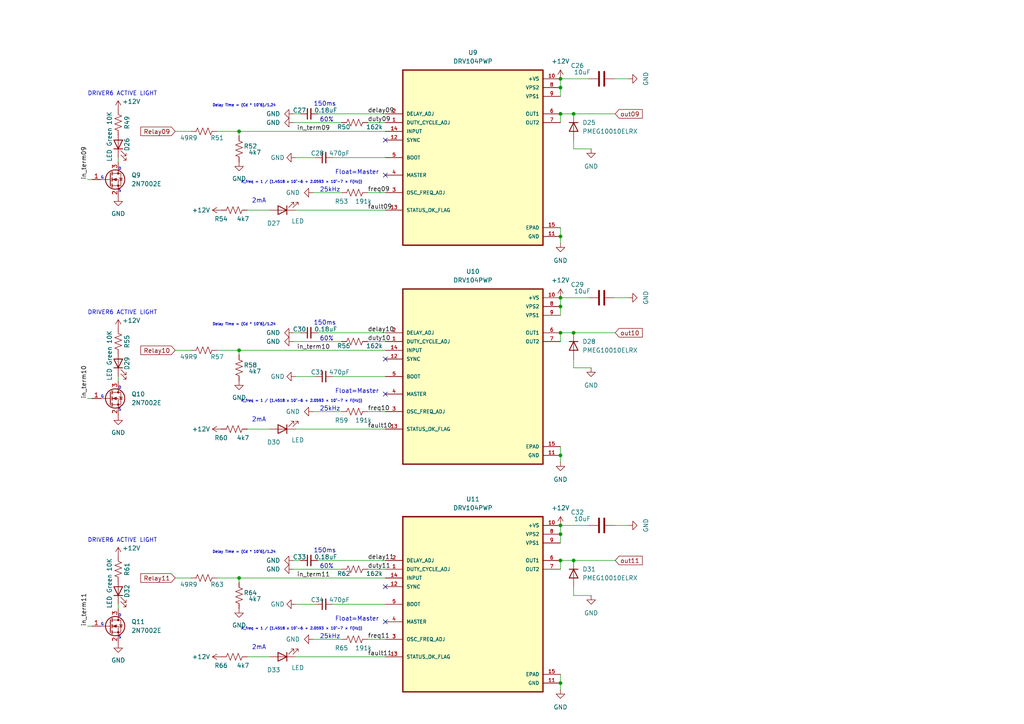
<source format=kicad_sch>
(kicad_sch (version 20231120) (generator "eeschema") (generator_version "8.0")
  (paper "A4")
  (title_block (title "16 Channel PWM Solenoid Driver - USB") (date "2024-06-12") (rev "3"))
  (lib_symbols
    (symbol "DRV104PWP:DRV104PWP" (pin_names (offset 1.016))
      (property "Reference" "U" (at -20.32 26.4 0))
      (property "Value" "DRV104PWP" (at -20.32 -29.4 0))
      (symbol "DRV104PWP_0_0"
        (rectangle (start -20.32 -25.4) (end 20.32 25.4) (stroke (width 0.41)) (fill (type background)))
        (pin input line (at -25.4 10.16 0) (length 5.08) (name "DUTY_CYCLE_ADJ") (number "1"))
        (pin power_in line (at 25.4 22.86 180) (length 5.08) (name "+VS") (number "10"))
        (pin power_in line (at 25.4 -22.86 180) (length 5.08) (name "GND") (number "11"))
        (pin input line (at -25.4 5.08 0) (length 5.08) (name "SYNC") (number "12"))
        (pin bidirectional line (at -25.4 -15.24 0) (length 5.08) (name "STATUS_OK_FLAG") (number "13"))
        (pin input line (at -25.4 7.62 0) (length 5.08) (name "INPUT") (number "14"))
        (pin power_in line (at 25.4 -20.32 180) (length 5.08) (name "EPAD") (number "15"))
        (pin input line (at -25.4 12.7 0) (length 5.08) (name "DELAY_ADJ") (number "2"))
        (pin bidirectional line (at -25.4 -10.16 0) (length 5.08) (name "OSC_FREQ_ADJ") (number "3"))
        (pin bidirectional line (at -25.4 -5.08 0) (length 5.08) (name "MASTER") (number "4"))
        (pin bidirectional line (at -25.4 0 0) (length 5.08) (name "BOOT") (number "5"))
        (pin output line (at 25.4 12.7 180) (length 5.08) (name "OUT1") (number "6"))
        (pin output line (at 25.4 10.16 180) (length 5.08) (name "OUT2") (number "7"))
        (pin power_in line (at 25.4 20.32 180) (length 5.08) (name "VPS2") (number "8"))
        (pin power_in line (at 25.4 17.78 180) (length 5.08) (name "VPS1") (number "9"))
      )
    )
    (symbol "Device:C" (pin_numbers hide) (pin_names (offset 0.254))
      (property "Reference" "C" (at 0.635 2.54 0))
      (property "Value" "C" (at 0.635 -2.54 0))
      (symbol "C_0_1"
        (polyline (pts (xy -2.032 -0.762) (xy 2.032 -0.762)) (stroke (width 0.508)))
        (polyline (pts (xy -2.032 0.762) (xy 2.032 0.762)) (stroke (width 0.508)))
      )
      (symbol "C_1_1"
        (pin passive line (at 0 3.81 270) (length 2.794) (name "~") (number "1"))
        (pin passive line (at 0 -3.81 90) (length 2.794) (name "~") (number "2"))
      )
    )
    (symbol "Device:C_Small" (pin_numbers hide) (pin_names (offset 0.254) hide)
      (property "Reference" "C" (at 0.254 1.778 0))
      (property "Value" "C_Small" (at 0.254 -2.032 0))
      (symbol "C_Small_0_1"
        (polyline (pts (xy -1.524 -0.508) (xy 1.524 -0.508)) (stroke (width 0.3302)))
        (polyline (pts (xy -1.524 0.508) (xy 1.524 0.508)) (stroke (width 0.3048)))
      )
      (symbol "C_Small_1_1"
        (pin passive line (at 0 2.54 270) (length 2.032) (name "~") (number "1"))
        (pin passive line (at 0 -2.54 90) (length 2.032) (name "~") (number "2"))
      )
    )
    (symbol "Device:D" (pin_numbers hide) (pin_names (offset 1.016) hide)
      (property "Reference" "D" (at 0 2.54 0))
      (property "Value" "D" (at 0 -2.54 0))
      (symbol "D_0_1"
        (polyline (pts (xy -1.27 1.27) (xy -1.27 -1.27)) (stroke (width 0.254)))
        (polyline (pts (xy 1.27 0) (xy -1.27 0)))
        (polyline (pts (xy 1.27 1.27) (xy 1.27 -1.27) (xy -1.27 0) (xy 1.27 1.27)) (stroke (width 0.254)))
      )
      (symbol "D_1_1"
        (pin passive line (at -3.81 0 0) (length 2.54) (name "K") (number "1"))
        (pin passive line (at 3.81 0 180) (length 2.54) (name "A") (number "2"))
      )
    )
    (symbol "Device:LED" (pin_numbers hide) (pin_names (offset 1.016) hide)
      (property "Reference" "D" (at 0 2.54 0))
      (property "Value" "LED" (at 0 -2.54 0))
      (symbol "LED_0_1"
        (polyline (pts (xy -1.27 -1.27) (xy -1.27 1.27)) (stroke (width 0.254)))
        (polyline (pts (xy -1.27 0) (xy 1.27 0)))
        (polyline (pts (xy 1.27 -1.27) (xy 1.27 1.27) (xy -1.27 0) (xy 1.27 -1.27)) (stroke (width 0.254)))
        (polyline (pts (xy -3.048 -0.762) (xy -4.572 -2.286) (xy -3.81 -2.286) (xy -4.572 -2.286) (xy -4.572 -1.524)))
        (polyline (pts (xy -1.778 -0.762) (xy -3.302 -2.286) (xy -2.54 -2.286) (xy -3.302 -2.286) (xy -3.302 -1.524)))
      )
      (symbol "LED_1_1"
        (pin passive line (at -3.81 0 0) (length 2.54) (name "K") (number "1"))
        (pin passive line (at 3.81 0 180) (length 2.54) (name "A") (number "2"))
      )
    )
    (symbol "Device:R_US" (pin_numbers hide) (pin_names (offset 0))
      (property "Reference" "R" (at 2.54 0 90))
      (property "Value" "R_US" (at -2.54 0 90))
      (symbol "R_US_0_1"
        (polyline (pts (xy 0 -2.286) (xy 0 -2.54)))
        (polyline (pts (xy 0 2.286) (xy 0 2.54)))
        (polyline (pts (xy 0 -0.762) (xy 1.016 -1.143) (xy 0 -1.524) (xy -1.016 -1.905) (xy 0 -2.286)))
        (polyline (pts (xy 0 0.762) (xy 1.016 0.381) (xy 0 0) (xy -1.016 -0.381) (xy 0 -0.762)))
        (polyline (pts (xy 0 2.286) (xy 1.016 1.905) (xy 0 1.524) (xy -1.016 1.143) (xy 0 0.762)))
      )
      (symbol "R_US_1_1"
        (pin passive line (at 0 3.81 270) (length 1.27) (name "~") (number "1"))
        (pin passive line (at 0 -3.81 90) (length 1.27) (name "~") (number "2"))
      )
    )
    (symbol "Transistor_FET:2N7002E" (pin_names hide)
      (property "Reference" "Q" (at 5.08 1.905 0))
      (property "Value" "2N7002E" (at 5.08 0 0))
      (symbol "2N7002E_0_1"
        (polyline (pts (xy 0.254 0) (xy -2.54 0)))
        (polyline (pts (xy 0.254 1.905) (xy 0.254 -1.905)) (stroke (width 0.254)))
        (polyline (pts (xy 0.762 -1.27) (xy 0.762 -2.286)) (stroke (width 0.254)))
        (polyline (pts (xy 0.762 0.508) (xy 0.762 -0.508)) (stroke (width 0.254)))
        (polyline (pts (xy 0.762 2.286) (xy 0.762 1.27)) (stroke (width 0.254)))
        (polyline (pts (xy 2.54 2.54) (xy 2.54 1.778)))
        (polyline (pts (xy 2.54 -2.54) (xy 2.54 0) (xy 0.762 0)))
        (polyline (pts (xy 0.762 -1.778) (xy 3.302 -1.778) (xy 3.302 1.778) (xy 0.762 1.778)))
        (polyline (pts (xy 1.016 0) (xy 2.032 0.381) (xy 2.032 -0.381) (xy 1.016 0)) (fill (type outline)))
        (polyline (pts (xy 2.794 0.508) (xy 2.921 0.381) (xy 3.683 0.381) (xy 3.81 0.254)))
        (polyline (pts (xy 3.302 0.381) (xy 2.921 -0.254) (xy 3.683 -0.254) (xy 3.302 0.381)))
        (circle (center 1.651 0) (radius 2.794) (stroke (width 0.254)))
        (circle (center 2.54 -1.778) (radius 0.254) (fill (type outline)))
        (circle (center 2.54 1.778) (radius 0.254) (fill (type outline)))
      )
      (symbol "2N7002E_1_1"
        (pin input line (at -5.08 0 0) (length 2.54) (name "G") (number "1"))
        (pin passive line (at 2.54 -5.08 90) (length 2.54) (name "S") (number "2"))
        (pin passive line (at 2.54 5.08 270) (length 2.54) (name "D") (number "3"))
      )
    )
    (symbol "power:+12V" (power) (pin_names (offset 0))
      (property "Value" "+12V" (at 0 3.556 0))
      (symbol "+12V_0_1"
        (polyline (pts (xy -0.762 1.27) (xy 0 2.54)))
        (polyline (pts (xy 0 0) (xy 0 2.54)))
        (polyline (pts (xy 0 2.54) (xy 0.762 1.27)))
      )
      (symbol "+12V_1_1"
        (pin power_in line (at 0 0 90) (length 0) hide (name "+12V") (number "1"))
      )
    )
    (symbol "power:GND" (power) (pin_names (offset 0))
      (property "Value" "GND" (at 0 -3.81 0))
      (symbol "GND_0_1"
        (polyline (pts (xy 0 0) (xy 0 -1.27) (xy 1.27 -1.27) (xy 0 -2.54) (xy -1.27 -1.27) (xy 0 -1.27)))
      )
      (symbol "GND_1_1"
        (pin power_in line (at 0 0 270) (length 0) hide (name "GND") (number "1"))
      )
    )
  )
  (junction (at 162.56 152.4))
  (junction (at 166.37 33.02))
  (junction (at 162.56 96.52))
  (junction (at 69.342 101.6))
  (junction (at 166.37 96.52))
  (junction (at 162.56 22.86))
  (junction (at 162.56 88.9))
  (junction (at 162.56 25.4))
  (junction (at 69.342 167.64))
  (junction (at 162.56 33.02))
  (junction (at 162.56 162.56))
  (junction (at 162.56 154.94))
  (junction (at 69.342 38.1))
  (junction (at 162.56 132.08))
  (junction (at 166.37 162.56))
  (junction (at 162.56 68.58))
  (junction (at 162.56 198.12))
  (junction (at 162.56 86.36))
  (no_connect (at 111.76 114.3))
  (no_connect (at 111.76 40.64))
  (no_connect (at 111.76 170.18))
  (no_connect (at 111.76 104.14))
  (no_connect (at 111.76 180.34))
  (no_connect (at 111.76 50.8))
  (wire (pts (xy 90.805 119.38) (xy 99.06 119.38)))
  (wire (pts (xy 69.342 38.1) (xy 111.76 38.1)))
  (wire (pts (xy 34.29 175.26) (xy 34.29 176.53)))
  (wire (pts (xy 87.122 96.52) (xy 85.09 96.52)))
  (wire (pts (xy 106.68 185.42) (xy 111.76 185.42)))
  (wire (pts (xy 71.755 124.46) (xy 78.105 124.46)))
  (wire (pts (xy 69.342 167.64) (xy 69.342 168.91)))
  (wire (pts (xy 85.09 165.1) (xy 99.06 165.1)))
  (wire (pts (xy 96.52 45.72) (xy 111.76 45.72)))
  (wire (pts (xy 178.308 86.36) (xy 182.245 86.36)))
  (wire (pts (xy 25.4 52.07) (xy 26.67 52.07)))
  (wire (pts (xy 162.56 198.12) (xy 162.56 200.025)))
  (wire (pts (xy 92.202 33.02) (xy 111.76 33.02)))
  (wire (pts (xy 90.805 55.88) (xy 99.06 55.88)))
  (wire (pts (xy 25.4 115.57) (xy 26.67 115.57)))
  (wire (pts (xy 85.09 35.56) (xy 99.06 35.56)))
  (wire (pts (xy 166.37 172.72) (xy 166.37 170.18)))
  (wire (pts (xy 166.37 33.02) (xy 178.435 33.02)))
  (wire (pts (xy 162.56 154.94) (xy 162.56 157.48)))
  (wire (pts (xy 178.308 22.86) (xy 182.245 22.86)))
  (wire (pts (xy 90.805 185.42) (xy 99.06 185.42)))
  (wire (pts (xy 91.44 109.22) (xy 85.725 109.22)))
  (wire (pts (xy 71.755 190.5) (xy 78.105 190.5)))
  (wire (pts (xy 170.688 152.4) (xy 162.56 152.4)))
  (wire (pts (xy 50.8 38.1) (xy 55.372 38.1)))
  (wire (pts (xy 106.68 119.38) (xy 111.76 119.38)))
  (wire (pts (xy 96.52 109.22) (xy 111.76 109.22)))
  (wire (pts (xy 85.09 99.06) (xy 99.06 99.06)))
  (wire (pts (xy 166.37 96.52) (xy 178.435 96.52)))
  (wire (pts (xy 106.68 99.06) (xy 111.76 99.06)))
  (wire (pts (xy 85.725 190.5) (xy 111.76 190.5)))
  (wire (pts (xy 162.56 22.86) (xy 162.56 25.4)))
  (wire (pts (xy 162.56 162.56) (xy 166.37 162.56)))
  (wire (pts (xy 92.202 162.56) (xy 111.76 162.56)))
  (wire (pts (xy 162.56 96.52) (xy 166.37 96.52)))
  (wire (pts (xy 69.342 38.1) (xy 69.342 39.37)))
  (wire (pts (xy 85.725 60.96) (xy 111.76 60.96)))
  (wire (pts (xy 162.56 33.02) (xy 162.56 35.56)))
  (wire (pts (xy 162.56 86.36) (xy 162.56 88.9)))
  (wire (pts (xy 162.56 129.54) (xy 162.56 132.08)))
  (wire (pts (xy 92.202 96.52) (xy 111.76 96.52)))
  (wire (pts (xy 171.45 106.68) (xy 166.37 106.68)))
  (wire (pts (xy 170.688 22.86) (xy 162.56 22.86)))
  (wire (pts (xy 106.68 35.56) (xy 111.76 35.56)))
  (wire (pts (xy 71.755 60.96) (xy 78.105 60.96)))
  (wire (pts (xy 87.122 162.56) (xy 85.09 162.56)))
  (wire (pts (xy 62.992 38.1) (xy 69.342 38.1)))
  (wire (pts (xy 106.68 165.1) (xy 111.76 165.1)))
  (wire (pts (xy 170.688 86.36) (xy 162.56 86.36)))
  (wire (pts (xy 69.342 101.6) (xy 111.76 101.6)))
  (wire (pts (xy 162.56 25.4) (xy 162.56 27.94)))
  (wire (pts (xy 162.56 162.56) (xy 162.56 165.1)))
  (wire (pts (xy 34.29 109.22) (xy 34.29 110.49)))
  (wire (pts (xy 171.45 43.18) (xy 166.37 43.18)))
  (wire (pts (xy 162.56 152.4) (xy 162.56 154.94)))
  (wire (pts (xy 178.308 152.4) (xy 182.245 152.4)))
  (wire (pts (xy 166.37 162.56) (xy 178.435 162.56)))
  (wire (pts (xy 25.4 181.61) (xy 26.67 181.61)))
  (wire (pts (xy 34.29 45.72) (xy 34.29 46.99)))
  (wire (pts (xy 106.68 55.88) (xy 111.76 55.88)))
  (wire (pts (xy 34.29 39.37) (xy 34.29 38.1)))
  (wire (pts (xy 62.992 101.6) (xy 69.342 101.6)))
  (wire (pts (xy 50.8 167.64) (xy 55.372 167.64)))
  (wire (pts (xy 162.56 96.52) (xy 162.56 99.06)))
  (wire (pts (xy 69.342 167.64) (xy 111.76 167.64)))
  (wire (pts (xy 34.29 102.87) (xy 34.29 101.6)))
  (wire (pts (xy 87.122 33.02) (xy 85.09 33.02)))
  (wire (pts (xy 50.8 101.6) (xy 55.372 101.6)))
  (wire (pts (xy 166.37 106.68) (xy 166.37 104.14)))
  (wire (pts (xy 162.56 33.02) (xy 166.37 33.02)))
  (wire (pts (xy 85.725 124.46) (xy 111.76 124.46)))
  (wire (pts (xy 91.44 175.26) (xy 85.725 175.26)))
  (wire (pts (xy 166.37 43.18) (xy 166.37 40.64)))
  (wire (pts (xy 91.44 45.72) (xy 85.725 45.72)))
  (wire (pts (xy 162.56 195.58) (xy 162.56 198.12)))
  (wire (pts (xy 171.45 172.72) (xy 166.37 172.72)))
  (wire (pts (xy 162.56 68.58) (xy 162.56 70.485)))
  (wire (pts (xy 162.56 66.04) (xy 162.56 68.58)))
  (wire (pts (xy 62.992 167.64) (xy 69.342 167.64)))
  (wire (pts (xy 34.29 168.91) (xy 34.29 167.64)))
  (wire (pts (xy 162.56 132.08) (xy 162.56 133.985)))
  (wire (pts (xy 162.56 88.9) (xy 162.56 91.44)))
  (wire (pts (xy 96.52 175.26) (xy 111.76 175.26)))
  (wire (pts (xy 69.342 101.6) (xy 69.342 102.87)))
  (text "R_freq = 1 / (1.4518 x 10^−6 + 2.0593 × 10^−7 × F(Hz))" (at 69.85 182.88 0) (effects (font (size 0.75 0.75)) (justify left bottom)))
  (text "Float=Master" (at 97.155 180.34 0) (effects (font (size 1.27 1.27)) (justify left bottom)))
  (text "DRIVER6 ACTIVE LIGHT" (at 25.4 91.44 0) (effects (font (size 1.2 1.2)) (justify left bottom)))
  (text "2mA" (at 73.025 59.055 0) (effects (font (size 1.27 1.27)) (justify left bottom)))
  (text "60%" (at 92.71 165.1 0) (effects (font (size 1.27 1.27)) (justify left bottom)))
  (text "S" (at 34.29 55.88 0) (effects (font (size 0.75 0.75)) (justify left bottom)))
  (text "D" (at 34.29 113.03 0) (effects (font (size 0.75 0.75)) (justify left bottom)))
  (text "G" (at 29.21 181.61 0) (effects (font (size 0.75 0.75)) (justify left bottom)))
  (text "25kHz" (at 92.71 119.38 0) (effects (font (size 1.27 1.27)) (justify left bottom)))
  (text "G" (at 29.21 115.57 0) (effects (font (size 0.75 0.75)) (justify left bottom)))
  (text "R_freq = 1 / (1.4518 x 10^−6 + 2.0593 × 10^−7 × F(Hz))" (at 69.85 116.84 0) (effects (font (size 0.75 0.75)) (justify left bottom)))
  (text "150ms" (at 90.932 30.988 0) (effects (font (size 1.27 1.27)) (justify left bottom)))
  (text "S" (at 34.29 185.42 0) (effects (font (size 0.75 0.75)) (justify left bottom)))
  (text "DRIVER6 ACTIVE LIGHT" (at 25.4 27.94 0) (effects (font (size 1.2 1.2)) (justify left bottom)))
  (text "S" (at 34.29 119.38 0) (effects (font (size 0.75 0.75)) (justify left bottom)))
  (text "R_freq = 1 / (1.4518 x 10^−6 + 2.0593 × 10^−7 × F(Hz))" (at 69.85 53.34 0) (effects (font (size 0.75 0.75)) (justify left bottom)))
  (text "150ms" (at 90.932 160.528 0) (effects (font (size 1.27 1.27)) (justify left bottom)))
  (text "150ms" (at 90.932 94.488 0) (effects (font (size 1.27 1.27)) (justify left bottom)))
  (text "Delay Time = (Cd * 10^6)/1.24" (at 61.595 94.615 0) (effects (font (size 0.75 0.75)) (justify left bottom)))
  (text "Float=Master" (at 97.155 114.3 0) (effects (font (size 1.27 1.27)) (justify left bottom)))
  (text "60%" (at 92.71 99.06 0) (effects (font (size 1.27 1.27)) (justify left bottom)))
  (text "2mA" (at 73.025 188.595 0) (effects (font (size 1.27 1.27)) (justify left bottom)))
  (text "Float=Master" (at 97.155 50.8 0) (effects (font (size 1.27 1.27)) (justify left bottom)))
  (text "D" (at 34.29 179.07 0) (effects (font (size 0.75 0.75)) (justify left bottom)))
  (text "Delay Time = (Cd * 10^6)/1.24" (at 61.595 160.655 0) (effects (font (size 0.75 0.75)) (justify left bottom)))
  (text "D" (at 34.29 49.53 0) (effects (font (size 0.75 0.75)) (justify left bottom)))
  (text "DRIVER6 ACTIVE LIGHT" (at 25.4 157.48 0) (effects (font (size 1.2 1.2)) (justify left bottom)))
  (text "25kHz" (at 92.71 185.42 0) (effects (font (size 1.27 1.27)) (justify left bottom)))
  (text "25kHz" (at 92.71 55.88 0) (effects (font (size 1.27 1.27)) (justify left bottom)))
  (text "G" (at 29.21 52.07 0) (effects (font (size 0.75 0.75)) (justify left bottom)))
  (text "60%" (at 92.71 35.56 0) (effects (font (size 1.27 1.27)) (justify left bottom)))
  (text "Delay Time = (Cd * 10^6)/1.24" (at 61.595 31.115 0) (effects (font (size 0.75 0.75)) (justify left bottom)))
  (text "2mA" (at 73.025 122.555 0) (effects (font (size 1.27 1.27)) (justify left bottom)))
  (label "delay10" (at 106.68 96.52 0))
  (label "in_term10" (at 86.106 101.6 0))
  (label "delay11" (at 106.68 162.56 0))
  (label "in_term09" (at 25.4 52.07 90))
  (label "delay09" (at 106.68 33.02 0))
  (label "freq10" (at 106.68 119.38 0))
  (label "duty10" (at 106.68 99.06 0))
  (label "freq09" (at 106.68 55.88 0))
  (label "in_term11" (at 25.4 181.61 90))
  (label "duty09" (at 106.68 35.56 0))
  (label "in_term10" (at 25.4 115.57 90))
  (label "in_term11" (at 86.106 167.64 0))
  (label "fault11" (at 106.68 190.5 0))
  (label "in_term09" (at 86.106 38.1 0))
  (label "freq11" (at 106.68 185.42 0))
  (label "duty11" (at 106.68 165.1 0))
  (label "fault10" (at 106.68 124.46 0))
  (label "fault09" (at 106.68 60.96 0))
  (global_label "out11" (shape input) (at 178.435 162.56 0) (property "Intersheetrefs" "${INTERSHEET_REFS}" (effects (hide yes))))
  (global_label "out09" (shape input) (at 178.435 33.02 0) (property "Intersheetrefs" "${INTERSHEET_REFS}" (effects (hide yes))))
  (global_label "Relay11" (shape input) (at 50.8 167.64 180) (property "Intersheetrefs" "${INTERSHEET_REFS}" (effects (hide yes))))
  (global_label "out10" (shape input) (at 178.435 96.52 0) (property "Intersheetrefs" "${INTERSHEET_REFS}" (effects (hide yes))))
  (global_label "Relay10" (shape input) (at 50.8 101.6 180) (property "Intersheetrefs" "${INTERSHEET_REFS}" (effects (hide yes))))
  (global_label "Relay09" (shape input) (at 50.8 38.1 180) (property "Intersheetrefs" "${INTERSHEET_REFS}" (effects (hide yes))))
  (symbol (lib_id "power:GND") (at 85.725 45.72 270) (unit 1)
    (property "Reference" "#PWR0106" (effects (hide yes)))
    (property "Value" "GND" (at 82.55 45.72 90) (effects (justify right)))
  )
  (symbol (lib_id "power:+12V") (at 64.135 124.46 90) (unit 1)
    (property "Reference" "#PWR0122" (effects (hide yes)))
    (property "Value" "+12V" (at 60.96 124.46 90) (effects (justify left)))
  )
  (symbol (lib_id "power:GND") (at 34.29 120.65 0) (unit 1)
    (property "Reference" "#PWR0121" (effects (hide yes)))
    (property "Value" "GND" (at 34.29 125.476 0))
  )
  (symbol (lib_id "DRV104PWP:DRV104PWP") (at 137.16 45.72 0) (unit 1)
    (property "Reference" "U9" (at 137.16 15.24 0))
    (property "Value" "DRV104PWP" (at 137.16 17.78 0))
    (property "Footprint" "Solenoid_Driver:IC_TPS27S100BPWPR" (effects (hide yes)))
    (property "PartNum" "DRV104PWP" (effects (hide yes)))
    (property "Mfg" "TI" (effects (hide yes)))
  )
  (symbol (lib_id "Device:LED") (at 34.29 41.91 90) (unit 1)
    (property "Reference" "D26" (at 36.83 41.91 0))
    (property "Value" "LED Green" (at 31.75 41.91 0))
    (property "Footprint" "LED_SMD:LED_0805_2012Metric" (effects (hide yes)))
    (property "PartNum" "150080RS75000" (effects (hide yes)))
    (property "Mfg" "Wurth" (effects (hide yes)))
  )
  (symbol (lib_id "power:GND") (at 69.342 46.99 0) (unit 1)
    (property "Reference" "#PWR0107" (effects (hide yes)))
    (property "Value" "GND" (at 69.342 51.816 0))
  )
  (symbol (lib_id "Transistor_FET:2N7002E") (at 31.75 115.57 0) (unit 1)
    (property "Reference" "Q10" (at 38.1 114.2999 0) (effects (justify left)))
    (property "Value" "2N7002E" (at 38.1 116.8399 0) (effects (justify left)))
    (property "Footprint" "Package_TO_SOT_SMD:SOT-23" (effects (hide yes)))
    (property "Datasheet" "http://www.diodes.com/assets/Datasheets/ds30376.pdf" (effects (hide yes)))
  )
  (symbol (lib_id "Device:LED") (at 34.29 105.41 90) (unit 1)
    (property "Reference" "D29" (at 36.83 105.41 0))
    (property "Value" "LED Green" (at 31.75 105.41 0))
    (property "Footprint" "LED_SMD:LED_0805_2012Metric" (effects (hide yes)))
    (property "PartNum" "150080RS75000" (effects (hide yes)))
    (property "Mfg" "Wurth" (effects (hide yes)))
  )
  (symbol (lib_id "Transistor_FET:2N7002E") (at 31.75 52.07 0) (unit 1)
    (property "Reference" "Q9" (at 38.1 50.7999 0) (effects (justify left)))
    (property "Value" "2N7002E" (at 38.1 53.3399 0) (effects (justify left)))
    (property "Footprint" "Package_TO_SOT_SMD:SOT-23" (effects (hide yes)))
    (property "Datasheet" "http://www.diodes.com/assets/Datasheets/ds30376.pdf" (effects (hide yes)))
  )
  (symbol (lib_id "Device:R_US") (at 34.29 165.1 0) (unit 1)
    (property "Reference" "R61" (at 36.83 165.1 90))
    (property "Value" "10K" (at 31.75 163.83 90))
    (property "Footprint" "Resistor_SMD:R_1206_3216Metric" (effects (hide yes)))
    (property "PartNum" "RC0805FR-07162KL" (effects (hide yes)))
    (property "Mfg" "Yageo" (effects (hide yes)))
  )
  (symbol (lib_id "Device:C") (at 174.498 86.36 90) (unit 1)
    (property "Reference" "C29" (at 169.418 82.55 90) (effects (justify left)))
    (property "Value" "10uF" (at 171.323 84.455 90) (effects (justify left)))
    (property "Footprint" "Capacitor_SMD:C_1210_3225Metric" (effects (hide yes)))
    (property "PartNum" "CL32A106KLULNNE" (effects (hide yes)))
    (property "Mfg" "Samsung Electro-Mechanics" (effects (hide yes)))
  )
  (symbol (lib_id "power:GND") (at 85.09 99.06 270) (unit 1)
    (property "Reference" "#PWR0116" (effects (hide yes)))
    (property "Value" "GND" (at 81.28 99.06 90) (effects (justify right)))
  )
  (symbol (lib_id "power:+12V") (at 162.56 86.36 0) (unit 1)
    (property "Reference" "#PWR0112" (effects (hide yes)))
    (property "Value" "+12V" (at 162.56 81.28 0))
  )
  (symbol (lib_id "DRV104PWP:DRV104PWP") (at 137.16 109.22 0) (unit 1)
    (property "Reference" "U10" (at 137.16 78.74 0))
    (property "Value" "DRV104PWP" (at 137.16 81.28 0))
    (property "Footprint" "Solenoid_Driver:IC_TPS27S100BPWPR" (effects (hide yes)))
    (property "PartNum" "DRV104PWP" (effects (hide yes)))
    (property "Mfg" "TI" (effects (hide yes)))
  )
  (symbol (lib_id "power:+12V") (at 34.29 161.29 0) (unit 1)
    (property "Reference" "#PWR0126" (effects (hide yes)))
    (property "Value" "+12V" (at 38.1 159.004 0))
  )
  (symbol (lib_id "power:+12V") (at 162.56 152.4 0) (unit 1)
    (property "Reference" "#PWR0124" (effects (hide yes)))
    (property "Value" "+12V" (at 162.56 147.32 0))
  )
  (symbol (lib_id "power:GND") (at 85.09 35.56 270) (unit 1)
    (property "Reference" "#PWR0104" (effects (hide yes)))
    (property "Value" "GND" (at 81.28 35.56 90) (effects (justify right)))
  )
  (symbol (lib_id "power:+12V") (at 162.56 22.86 0) (unit 1)
    (property "Reference" "#PWR0100" (effects (hide yes)))
    (property "Value" "+12V" (at 162.56 17.78 0))
  )
  (symbol (lib_id "Device:R_US") (at 102.87 185.42 90) (unit 1)
    (property "Reference" "R65" (at 99.06 187.96 90))
    (property "Value" "191k" (at 105.41 187.96 90))
    (property "Footprint" "Resistor_SMD:R_1206_3216Metric" (effects (hide yes)))
    (property "PartNum" "RC0805FR-07191KL" (effects (hide yes)))
    (property "Mfg" "Yageo" (effects (hide yes)))
  )
  (symbol (lib_id "power:+12V") (at 34.29 95.25 0) (unit 1)
    (property "Reference" "#PWR0114" (effects (hide yes)))
    (property "Value" "+12V" (at 38.1 92.964 0))
  )
  (symbol (lib_id "Device:C_Small") (at 89.662 33.02 90) (unit 1)
    (property "Reference" "C27" (at 86.868 32.004 90))
    (property "Value" "0.18uF" (at 94.488 32.004 90))
    (property "Footprint" "Capacitor_SMD:C_1206_3216Metric" (effects (hide yes)))
    (property "PartNum" "08053C184KAT2A" (effects (hide yes)))
    (property "Mfg" "KYOCERA AVX" (effects (hide yes)))
  )
  (symbol (lib_id "power:GND") (at 90.805 185.42 270) (unit 1)
    (property "Reference" "#PWR0132" (effects (hide yes)))
    (property "Value" "GND" (at 86.995 185.42 90) (effects (justify right)))
  )
  (symbol (lib_id "power:GND") (at 34.29 57.15 0) (unit 1)
    (property "Reference" "#PWR0109" (effects (hide yes)))
    (property "Value" "GND" (at 34.29 61.976 0))
  )
  (symbol (lib_id "Device:LED") (at 81.915 60.96 180) (unit 1)
    (property "Reference" "D27" (at 79.375 64.77 0))
    (property "Value" "LED" (at 86.36 64.135 0))
    (property "Footprint" "LED_SMD:LED_0805_2012Metric" (effects (hide yes)))
    (property "PartNum" "150080RS75000" (effects (hide yes)))
    (property "Mfg" "Wurth" (effects (hide yes)))
  )
  (symbol (lib_id "Device:LED") (at 81.915 190.5 180) (unit 1)
    (property "Reference" "D33" (at 79.375 194.31 0))
    (property "Value" "LED" (at 86.36 193.675 0))
    (property "Footprint" "LED_SMD:LED_0805_2012Metric" (effects (hide yes)))
    (property "PartNum" "150080RS75000" (effects (hide yes)))
    (property "Mfg" "Wurth" (effects (hide yes)))
  )
  (symbol (lib_id "Device:R_US") (at 69.342 106.68 180) (unit 1)
    (property "Reference" "R58" (at 72.644 105.918 0))
    (property "Value" "4k7" (at 73.914 107.696 0))
    (property "Footprint" "Resistor_SMD:R_1206_3216Metric" (effects (hide yes)))
    (property "PartNum" "RC0805JR-074K7L" (effects (hide yes)))
    (property "Mfg" "Yageo" (effects (hide yes)))
  )
  (symbol (lib_id "power:GND") (at 85.725 109.22 270) (unit 1)
    (property "Reference" "#PWR0118" (effects (hide yes)))
    (property "Value" "GND" (at 82.55 109.22 90) (effects (justify right)))
  )
  (symbol (lib_id "power:GND") (at 182.245 22.86 90) (unit 1)
    (property "Reference" "#PWR0101" (effects (hide yes)))
    (property "Value" "GND" (at 187.325 22.86 0))
  )
  (symbol (lib_id "Device:R_US") (at 59.182 167.64 90) (unit 1)
    (property "Reference" "R63" (at 62.992 169.545 90))
    (property "Value" "49R9" (at 54.737 169.545 90))
    (property "Footprint" "Resistor_SMD:R_1206_3216Metric" (effects (hide yes)))
    (property "PartNum" "RC0805FR-0749R9L" (effects (hide yes)))
    (property "Mfg" "Yageo" (effects (hide yes)))
  )
  (symbol (lib_id "Device:LED") (at 34.29 171.45 90) (unit 1)
    (property "Reference" "D32" (at 36.83 171.45 0))
    (property "Value" "LED Green" (at 31.75 171.45 0))
    (property "Footprint" "LED_SMD:LED_0805_2012Metric" (effects (hide yes)))
    (property "PartNum" "150080RS75000" (effects (hide yes)))
    (property "Mfg" "Wurth" (effects (hide yes)))
  )
  (symbol (lib_id "Device:LED") (at 81.915 124.46 180) (unit 1)
    (property "Reference" "D30" (at 79.375 128.27 0))
    (property "Value" "LED" (at 86.36 127.635 0))
    (property "Footprint" "LED_SMD:LED_0805_2012Metric" (effects (hide yes)))
    (property "PartNum" "150080RS75000" (effects (hide yes)))
    (property "Mfg" "Wurth" (effects (hide yes)))
  )
  (symbol (lib_id "Transistor_FET:2N7002E") (at 31.75 181.61 0) (unit 1)
    (property "Reference" "Q11" (at 38.1 180.3399 0) (effects (justify left)))
    (property "Value" "2N7002E" (at 38.1 182.8799 0) (effects (justify left)))
    (property "Footprint" "Package_TO_SOT_SMD:SOT-23" (effects (hide yes)))
    (property "Datasheet" "http://www.diodes.com/assets/Datasheets/ds30376.pdf" (effects (hide yes)))
  )
  (symbol (lib_id "Device:R_US") (at 69.342 43.18 180) (unit 1)
    (property "Reference" "R52" (at 72.644 42.418 0))
    (property "Value" "4k7" (at 73.914 44.196 0))
    (property "Footprint" "Resistor_SMD:R_1206_3216Metric" (effects (hide yes)))
    (property "PartNum" "RC0805JR-074K7L" (effects (hide yes)))
    (property "Mfg" "Yageo" (effects (hide yes)))
  )
  (symbol (lib_id "power:GND") (at 171.45 43.18 0) (unit 1)
    (property "Reference" "#PWR0105" (effects (hide yes)))
    (property "Value" "GND" (at 171.45 48.26 0))
  )
  (symbol (lib_id "Device:R_US") (at 102.87 119.38 90) (unit 1)
    (property "Reference" "R59" (at 99.06 121.92 90))
    (property "Value" "191k" (at 105.41 121.92 90))
    (property "Footprint" "Resistor_SMD:R_1206_3216Metric" (effects (hide yes)))
    (property "PartNum" "RC0805FR-07191KL" (effects (hide yes)))
    (property "Mfg" "Yageo" (effects (hide yes)))
  )
  (symbol (lib_id "power:GND") (at 162.56 70.485 0) (unit 1)
    (property "Reference" "#PWR0111" (effects (hide yes)))
    (property "Value" "GND" (at 162.56 75.565 0))
  )
  (symbol (lib_id "power:GND") (at 182.245 152.4 90) (unit 1)
    (property "Reference" "#PWR0125" (effects (hide yes)))
    (property "Value" "GND" (at 187.325 152.4 0))
  )
  (symbol (lib_id "power:+12V") (at 64.135 190.5 90) (unit 1)
    (property "Reference" "#PWR0134" (effects (hide yes)))
    (property "Value" "+12V" (at 60.96 190.5 90) (effects (justify left)))
  )
  (symbol (lib_id "power:GND") (at 90.805 55.88 270) (unit 1)
    (property "Reference" "#PWR0108" (effects (hide yes)))
    (property "Value" "GND" (at 86.995 55.88 90) (effects (justify right)))
  )
  (symbol (lib_id "Device:C_Small") (at 93.98 175.26 90) (unit 1)
    (property "Reference" "C34" (at 92.075 173.99 90))
    (property "Value" "470pF" (at 98.425 173.99 90))
    (property "Footprint" "Capacitor_SMD:C_1206_3216Metric" (effects (hide yes)))
    (property "PartNum" "C0805C471K5RAC7800" (effects (hide yes)))
    (property "Mfg" "Kemet" (effects (hide yes)))
  )
  (symbol (lib_id "Device:R_US") (at 102.87 35.56 90) (unit 1)
    (property "Reference" "R50" (at 99.695 36.83 90))
    (property "Value" "162k" (at 108.585 36.83 90))
    (property "Footprint" "Resistor_SMD:R_1206_3216Metric" (effects (hide yes)))
    (property "PartNum" "RC0805FR-07162KL" (effects (hide yes)))
    (property "Mfg" "Yageo" (effects (hide yes)))
  )
  (symbol (lib_id "Device:R_US") (at 102.87 165.1 90) (unit 1)
    (property "Reference" "R62" (at 99.695 166.37 90))
    (property "Value" "162k" (at 108.585 166.37 90))
    (property "Footprint" "Resistor_SMD:R_1206_3216Metric" (effects (hide yes)))
    (property "PartNum" "RC0805FR-07162KL" (effects (hide yes)))
    (property "Mfg" "Yageo" (effects (hide yes)))
  )
  (symbol (lib_id "Device:R_US") (at 67.945 124.46 90) (unit 1)
    (property "Reference" "R60" (at 64.135 127 90))
    (property "Value" "4k7" (at 70.485 127 90))
    (property "Footprint" "Resistor_SMD:R_1206_3216Metric" (effects (hide yes)))
    (property "PartNum" "RC0805JR-074K7L" (effects (hide yes)))
    (property "Mfg" "Yageo" (effects (hide yes)))
  )
  (symbol (lib_id "Device:R_US") (at 34.29 35.56 0) (unit 1)
    (property "Reference" "R49" (at 36.83 35.56 90))
    (property "Value" "10K" (at 31.75 34.29 90))
    (property "Footprint" "Resistor_SMD:R_1206_3216Metric" (effects (hide yes)))
    (property "PartNum" "RC0805FR-07162KL" (effects (hide yes)))
    (property "Mfg" "Yageo" (effects (hide yes)))
  )
  (symbol (lib_id "power:GND") (at 85.09 162.56 270) (unit 1)
    (property "Reference" "#PWR0127" (effects (hide yes)))
    (property "Value" "GND" (at 81.28 162.56 90) (effects (justify right)))
  )
  (symbol (lib_id "Device:R_US") (at 69.342 172.72 180) (unit 1)
    (property "Reference" "R64" (at 72.644 171.958 0))
    (property "Value" "4k7" (at 73.914 173.736 0))
    (property "Footprint" "Resistor_SMD:R_1206_3216Metric" (effects (hide yes)))
    (property "PartNum" "RC0805JR-074K7L" (effects (hide yes)))
    (property "Mfg" "Yageo" (effects (hide yes)))
  )
  (symbol (lib_id "power:+12V") (at 34.29 31.75 0) (unit 1)
    (property "Reference" "#PWR0102" (effects (hide yes)))
    (property "Value" "+12V" (at 38.1 29.464 0))
  )
  (symbol (lib_id "Device:C") (at 174.498 22.86 90) (unit 1)
    (property "Reference" "C26" (at 169.418 19.05 90) (effects (justify left)))
    (property "Value" "10uF" (at 171.323 20.955 90) (effects (justify left)))
    (property "Footprint" "Capacitor_SMD:C_1210_3225Metric" (effects (hide yes)))
    (property "PartNum" "CL32A106KLULNNE" (effects (hide yes)))
    (property "Mfg" "Samsung Electro-Mechanics" (effects (hide yes)))
  )
  (symbol (lib_id "Device:D") (at 166.37 100.33 270) (unit 1)
    (property "Reference" "D28" (at 168.91 99.06 90) (effects (justify left)))
    (property "Value" "PMEG10010ELRX" (at 168.91 101.6 90) (effects (justify left)))
    (property "Footprint" "Diode_SMD:Nexperia_CFP3_SOD-123W" (effects (hide yes)))
    (property "Sim.Device" "D" (effects (hide yes)))
    (property "Sim.Pins" "1=K 2=A" (effects (hide yes)))
    (property "PartNum" "PMEG10010ELRX" (effects (hide yes)))
    (property "Mfg" "Nexperia" (effects (hide yes)))
  )
  (symbol (lib_id "Device:C") (at 174.498 152.4 90) (unit 1)
    (property "Reference" "C32" (at 169.418 148.59 90) (effects (justify left)))
    (property "Value" "10uF" (at 171.323 150.495 90) (effects (justify left)))
    (property "Footprint" "Capacitor_SMD:C_1210_3225Metric" (effects (hide yes)))
    (property "PartNum" "CL32A106KLULNNE" (effects (hide yes)))
    (property "Mfg" "Samsung Electro-Mechanics" (effects (hide yes)))
  )
  (symbol (lib_id "power:GND") (at 69.342 110.49 0) (unit 1)
    (property "Reference" "#PWR0119" (effects (hide yes)))
    (property "Value" "GND" (at 69.342 115.316 0))
  )
  (symbol (lib_id "Device:D") (at 166.37 36.83 270) (unit 1)
    (property "Reference" "D25" (at 168.91 35.56 90) (effects (justify left)))
    (property "Value" "PMEG10010ELRX" (at 168.91 38.1 90) (effects (justify left)))
    (property "Footprint" "Diode_SMD:Nexperia_CFP3_SOD-123W" (effects (hide yes)))
    (property "Sim.Device" "D" (effects (hide yes)))
    (property "Sim.Pins" "1=K 2=A" (effects (hide yes)))
    (property "PartNum" "PMEG10010ELRX" (effects (hide yes)))
    (property "Mfg" "Nexperia" (effects (hide yes)))
  )
  (symbol (lib_id "power:GND") (at 90.805 119.38 270) (unit 1)
    (property "Reference" "#PWR0120" (effects (hide yes)))
    (property "Value" "GND" (at 86.995 119.38 90) (effects (justify right)))
  )
  (symbol (lib_id "Device:R_US") (at 59.182 101.6 90) (unit 1)
    (property "Reference" "R57" (at 62.992 103.505 90))
    (property "Value" "49R9" (at 54.737 103.505 90))
    (property "Footprint" "Resistor_SMD:R_1206_3216Metric" (effects (hide yes)))
    (property "PartNum" "RC0805FR-0749R9L" (effects (hide yes)))
    (property "Mfg" "Yageo" (effects (hide yes)))
  )
  (symbol (lib_id "Device:R_US") (at 102.87 99.06 90) (unit 1)
    (property "Reference" "R56" (at 99.695 100.33 90))
    (property "Value" "162k" (at 108.585 100.33 90))
    (property "Footprint" "Resistor_SMD:R_1206_3216Metric" (effects (hide yes)))
    (property "PartNum" "RC0805FR-07162KL" (effects (hide yes)))
    (property "Mfg" "Yageo" (effects (hide yes)))
  )
  (symbol (lib_id "Device:R_US") (at 67.945 60.96 90) (unit 1)
    (property "Reference" "R54" (at 64.135 63.5 90))
    (property "Value" "4k7" (at 70.485 63.5 90))
    (property "Footprint" "Resistor_SMD:R_1206_3216Metric" (effects (hide yes)))
    (property "PartNum" "RC0805JR-074K7L" (effects (hide yes)))
    (property "Mfg" "Yageo" (effects (hide yes)))
  )
  (symbol (lib_id "power:GND") (at 85.09 33.02 270) (unit 1)
    (property "Reference" "#PWR0103" (effects (hide yes)))
    (property "Value" "GND" (at 81.28 33.02 90) (effects (justify right)))
  )
  (symbol (lib_id "power:GND") (at 85.725 175.26 270) (unit 1)
    (property "Reference" "#PWR0130" (effects (hide yes)))
    (property "Value" "GND" (at 82.55 175.26 90) (effects (justify right)))
  )
  (symbol (lib_id "Device:C_Small") (at 93.98 45.72 90) (unit 1)
    (property "Reference" "C28" (at 92.075 44.45 90))
    (property "Value" "470pF" (at 98.425 44.45 90))
    (property "Footprint" "Capacitor_SMD:C_1206_3216Metric" (effects (hide yes)))
    (property "PartNum" "C0805C471K5RAC7800" (effects (hide yes)))
    (property "Mfg" "Kemet" (effects (hide yes)))
  )
  (symbol (lib_id "power:GND") (at 34.29 186.69 0) (unit 1)
    (property "Reference" "#PWR0133" (effects (hide yes)))
    (property "Value" "GND" (at 34.29 191.516 0))
  )
  (symbol (lib_id "power:+12V") (at 64.135 60.96 90) (unit 1)
    (property "Reference" "#PWR0110" (effects (hide yes)))
    (property "Value" "+12V" (at 60.96 60.96 90) (effects (justify left)))
  )
  (symbol (lib_id "Device:C_Small") (at 93.98 109.22 90) (unit 1)
    (property "Reference" "C31" (at 92.075 107.95 90))
    (property "Value" "470pF" (at 98.425 107.95 90))
    (property "Footprint" "Capacitor_SMD:C_1206_3216Metric" (effects (hide yes)))
    (property "PartNum" "C0805C471K5RAC7800" (effects (hide yes)))
    (property "Mfg" "Kemet" (effects (hide yes)))
  )
  (symbol (lib_id "Device:C_Small") (at 89.662 162.56 90) (unit 1)
    (property "Reference" "C33" (at 86.868 161.544 90))
    (property "Value" "0.18uF" (at 94.488 161.544 90))
    (property "Footprint" "Capacitor_SMD:C_1206_3216Metric" (effects (hide yes)))
    (property "PartNum" "08053C184KAT2A" (effects (hide yes)))
    (property "Mfg" "KYOCERA AVX" (effects (hide yes)))
  )
  (symbol (lib_id "Device:R_US") (at 67.945 190.5 90) (unit 1)
    (property "Reference" "R66" (at 64.135 193.04 90))
    (property "Value" "4k7" (at 70.485 193.04 90))
    (property "Footprint" "Resistor_SMD:R_1206_3216Metric" (effects (hide yes)))
    (property "PartNum" "RC0805JR-074K7L" (effects (hide yes)))
    (property "Mfg" "Yageo" (effects (hide yes)))
  )
  (symbol (lib_id "Device:D") (at 166.37 166.37 270) (unit 1)
    (property "Reference" "D31" (at 168.91 165.1 90) (effects (justify left)))
    (property "Value" "PMEG10010ELRX" (at 168.91 167.64 90) (effects (justify left)))
    (property "Footprint" "Diode_SMD:Nexperia_CFP3_SOD-123W" (effects (hide yes)))
    (property "Sim.Device" "D" (effects (hide yes)))
    (property "Sim.Pins" "1=K 2=A" (effects (hide yes)))
    (property "PartNum" "PMEG10010ELRX" (effects (hide yes)))
    (property "Mfg" "Nexperia" (effects (hide yes)))
  )
  (symbol (lib_id "power:GND") (at 171.45 172.72 0) (unit 1)
    (property "Reference" "#PWR0129" (effects (hide yes)))
    (property "Value" "GND" (at 171.45 177.8 0))
  )
  (symbol (lib_id "power:GND") (at 85.09 96.52 270) (unit 1)
    (property "Reference" "#PWR0115" (effects (hide yes)))
    (property "Value" "GND" (at 81.28 96.52 90) (effects (justify right)))
  )
  (symbol (lib_id "Device:C_Small") (at 89.662 96.52 90) (unit 1)
    (property "Reference" "C30" (at 86.868 95.504 90))
    (property "Value" "0.18uF" (at 94.488 95.504 90))
    (property "Footprint" "Capacitor_SMD:C_1206_3216Metric" (effects (hide yes)))
    (property "PartNum" "08053C184KAT2A" (effects (hide yes)))
    (property "Mfg" "KYOCERA AVX" (effects (hide yes)))
  )
  (symbol (lib_id "Device:R_US") (at 34.29 99.06 0) (unit 1)
    (property "Reference" "R55" (at 36.83 99.06 90))
    (property "Value" "10K" (at 31.75 97.79 90))
    (property "Footprint" "Resistor_SMD:R_1206_3216Metric" (effects (hide yes)))
    (property "PartNum" "RC0805FR-07162KL" (effects (hide yes)))
    (property "Mfg" "Yageo" (effects (hide yes)))
  )
  (symbol (lib_id "power:GND") (at 171.45 106.68 0) (unit 1)
    (property "Reference" "#PWR0117" (effects (hide yes)))
    (property "Value" "GND" (at 171.45 111.76 0))
  )
  (symbol (lib_id "Device:R_US") (at 102.87 55.88 90) (unit 1)
    (property "Reference" "R53" (at 99.06 58.42 90))
    (property "Value" "191k" (at 105.41 58.42 90))
    (property "Footprint" "Resistor_SMD:R_1206_3216Metric" (effects (hide yes)))
    (property "PartNum" "RC0805FR-07191KL" (effects (hide yes)))
    (property "Mfg" "Yageo" (effects (hide yes)))
  )
  (symbol (lib_id "power:GND") (at 69.342 176.53 0) (unit 1)
    (property "Reference" "#PWR0131" (effects (hide yes)))
    (property "Value" "GND" (at 69.342 181.356 0))
  )
  (symbol (lib_id "power:GND") (at 162.56 133.985 0) (unit 1)
    (property "Reference" "#PWR0123" (effects (hide yes)))
    (property "Value" "GND" (at 162.56 139.065 0))
  )
  (symbol (lib_id "power:GND") (at 162.56 200.025 0) (unit 1)
    (property "Reference" "#PWR0135" (effects (hide yes)))
    (property "Value" "GND" (at 162.56 205.105 0))
  )
  (symbol (lib_id "power:GND") (at 182.245 86.36 90) (unit 1)
    (property "Reference" "#PWR0113" (effects (hide yes)))
    (property "Value" "GND" (at 187.325 86.36 0))
  )
  (symbol (lib_id "DRV104PWP:DRV104PWP") (at 137.16 175.26 0) (unit 1)
    (property "Reference" "U11" (at 137.16 144.78 0))
    (property "Value" "DRV104PWP" (at 137.16 147.32 0))
    (property "Footprint" "Solenoid_Driver:IC_TPS27S100BPWPR" (effects (hide yes)))
    (property "PartNum" "DRV104PWP" (effects (hide yes)))
    (property "Mfg" "TI" (effects (hide yes)))
  )
  (symbol (lib_id "power:GND") (at 85.09 165.1 270) (unit 1)
    (property "Reference" "#PWR0128" (effects (hide yes)))
    (property "Value" "GND" (at 81.28 165.1 90) (effects (justify right)))
  )
  (symbol (lib_id "Device:R_US") (at 59.182 38.1 90) (unit 1)
    (property "Reference" "R51" (at 62.992 40.005 90))
    (property "Value" "49R9" (at 54.737 40.005 90))
    (property "Footprint" "Resistor_SMD:R_1206_3216Metric" (effects (hide yes)))
    (property "PartNum" "RC0805FR-0749R9L" (effects (hide yes)))
    (property "Mfg" "Yageo" (effects (hide yes)))
  )
)
</source>
